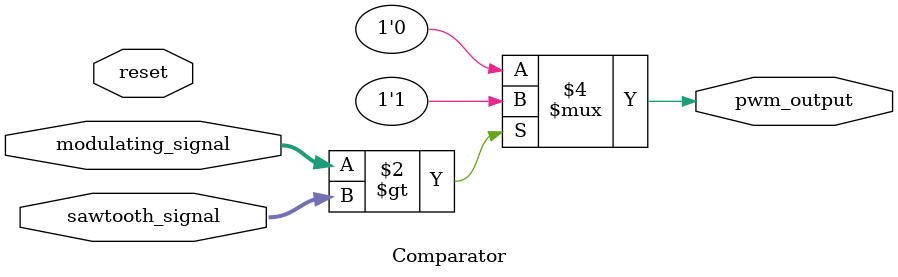
<source format=v>
module Comparator (
    input reset,
    input [7:0] modulating_signal,
    input [7:0] sawtooth_signal,
    output reg pwm_output
);

always @(sawtooth_signal) begin
        if(modulating_signal>sawtooth_signal) begin
            pwm_output<=1;
        end
        else begin
            pwm_output<=0;
        end
    end
    
endmodule
</source>
